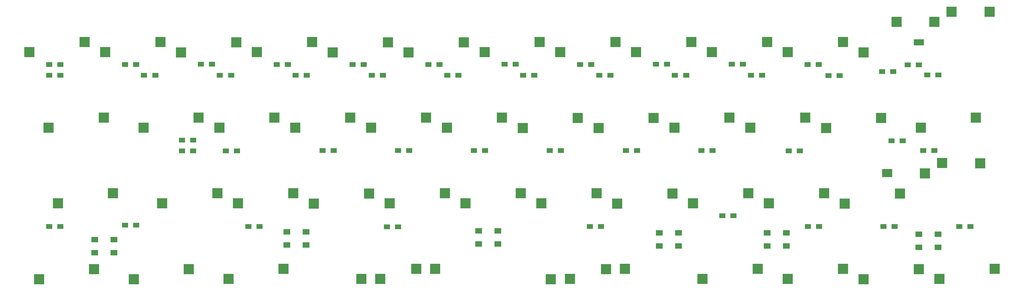
<source format=gbr>
G04 #@! TF.GenerationSoftware,KiCad,Pcbnew,(5.1.4-0-10_14)*
G04 #@! TF.CreationDate,2020-06-13T19:46:11-07:00*
G04 #@! TF.ProjectId,TG4xhotswap,54473478-686f-4747-9377-61702e6b6963,rev?*
G04 #@! TF.SameCoordinates,Original*
G04 #@! TF.FileFunction,Paste,Bot*
G04 #@! TF.FilePolarity,Positive*
%FSLAX46Y46*%
G04 Gerber Fmt 4.6, Leading zero omitted, Abs format (unit mm)*
G04 Created by KiCad (PCBNEW (5.1.4-0-10_14)) date 2020-06-13 19:46:11*
%MOMM*%
%LPD*%
G04 APERTURE LIST*
%ADD10R,2.550000X1.500000*%
%ADD11R,2.550000X2.500000*%
%ADD12R,2.500000X2.000000*%
%ADD13R,1.800000X1.400000*%
%ADD14R,1.600000X1.200000*%
G04 APERTURE END LIST*
D10*
X238268200Y-23647400D03*
D11*
X224418200Y-26187400D03*
X35855600Y-61722000D03*
X22005600Y-64262000D03*
X31105800Y-80797400D03*
X17255800Y-83337400D03*
X54905600Y-80797400D03*
X41055600Y-83337400D03*
X78705400Y-80772000D03*
X64855400Y-83312000D03*
X159667900Y-80797400D03*
X145817900Y-83337400D03*
X164455800Y-80772000D03*
X150605800Y-83312000D03*
X112068300Y-80784700D03*
X98218300Y-83324700D03*
X116805400Y-80772000D03*
X102955400Y-83312000D03*
X239810600Y-56667400D03*
X253660600Y-54127400D03*
D12*
X230272900Y-56616600D03*
D11*
X244122900Y-54076600D03*
X232647800Y-18529300D03*
X246497800Y-15989300D03*
X33544200Y-42672000D03*
X19694200Y-45212000D03*
X252619200Y-42672000D03*
X238769200Y-45212000D03*
X76419400Y-42672000D03*
X62569400Y-45212000D03*
X176343000Y-61747400D03*
X162493000Y-64287400D03*
X62068400Y-61722000D03*
X48218400Y-64262000D03*
X100168400Y-61747400D03*
X86318400Y-64287400D03*
X195393000Y-61722000D03*
X181543000Y-64262000D03*
X85868200Y-23622000D03*
X72018200Y-26162000D03*
X214468400Y-61722000D03*
X200618400Y-64262000D03*
X28718200Y-23622000D03*
X14868200Y-26162000D03*
X47768200Y-23622000D03*
X33918200Y-26162000D03*
X66818200Y-23647400D03*
X52968200Y-26187400D03*
X104918200Y-23647400D03*
X91068200Y-26187400D03*
X123968200Y-23647400D03*
X110118200Y-26187400D03*
X143043600Y-23596600D03*
X129193600Y-26136600D03*
X162068200Y-23622000D03*
X148218200Y-26162000D03*
X181118200Y-23622000D03*
X167268200Y-26162000D03*
X200168200Y-23622000D03*
X186318200Y-26162000D03*
X219218200Y-23622000D03*
X205368200Y-26162000D03*
X81093000Y-61722000D03*
X67243000Y-64262000D03*
X119193000Y-61722000D03*
X105343000Y-64262000D03*
X138243000Y-61722000D03*
X124393000Y-64262000D03*
X157293000Y-61722000D03*
X143443000Y-64262000D03*
X233518400Y-61747400D03*
X219668400Y-64287400D03*
X219218200Y-80772000D03*
X205368200Y-83312000D03*
X238268200Y-80797400D03*
X224418200Y-83337400D03*
X257318200Y-80772000D03*
X243468200Y-83312000D03*
X57344000Y-42672000D03*
X43494000Y-45212000D03*
X95444000Y-42672000D03*
X81594000Y-45212000D03*
X114519400Y-42672000D03*
X100669400Y-45212000D03*
X133544000Y-42672000D03*
X119694000Y-45212000D03*
X152619400Y-42697400D03*
X138769400Y-45237400D03*
X171644000Y-42697400D03*
X157794000Y-45237400D03*
X190719400Y-42672000D03*
X176869400Y-45212000D03*
X209744000Y-42672000D03*
X195894000Y-45212000D03*
X228819400Y-42697400D03*
X214969400Y-45237400D03*
X197780600Y-80772000D03*
X183930600Y-83312000D03*
X242185500Y-18542000D03*
X256035500Y-16002000D03*
D13*
X36050000Y-76675000D03*
X36050000Y-73375000D03*
X31250000Y-73375000D03*
X31250000Y-76675000D03*
X79525000Y-71450000D03*
X79525000Y-74750000D03*
X84325000Y-74750000D03*
X84325000Y-71450000D03*
X127725000Y-71200000D03*
X127725000Y-74500000D03*
X132525000Y-74500000D03*
X132525000Y-71200000D03*
X173075000Y-71675000D03*
X173075000Y-74975000D03*
X177875000Y-74975000D03*
X177875000Y-71675000D03*
X200200000Y-71650000D03*
X200200000Y-74950000D03*
X205000000Y-74950000D03*
X205000000Y-71650000D03*
X238275000Y-72000000D03*
X238275000Y-75300000D03*
X243075000Y-75300000D03*
X243075000Y-72000000D03*
D14*
X22647100Y-29298900D03*
X19847100Y-29298900D03*
X41684400Y-29260800D03*
X38884400Y-29260800D03*
X60734400Y-29222700D03*
X57934400Y-29222700D03*
X79784400Y-29248100D03*
X76984400Y-29248100D03*
X98809000Y-29248100D03*
X96009000Y-29248100D03*
X117884400Y-29248100D03*
X115084400Y-29248100D03*
X136985200Y-29222700D03*
X134185200Y-29222700D03*
X155997100Y-29260800D03*
X153197100Y-29260800D03*
X175059800Y-29222700D03*
X172259800Y-29222700D03*
X194097100Y-29222700D03*
X191297100Y-29222700D03*
X213147100Y-29260800D03*
X210347100Y-29260800D03*
X238242300Y-29337000D03*
X235442300Y-29337000D03*
X240395300Y-31902400D03*
X243195300Y-31902400D03*
X22659800Y-31965900D03*
X19859800Y-31965900D03*
X46459600Y-32016700D03*
X43659600Y-32016700D03*
X65509600Y-31978600D03*
X62709600Y-31978600D03*
X84546900Y-31991300D03*
X81746900Y-31991300D03*
X103647700Y-32016700D03*
X100847700Y-32016700D03*
X122646900Y-32016700D03*
X119846900Y-32016700D03*
X141696900Y-32004000D03*
X138896900Y-32004000D03*
X160772300Y-31978600D03*
X157972300Y-31978600D03*
X179809600Y-31991300D03*
X177009600Y-31991300D03*
X198885000Y-31978600D03*
X196085000Y-31978600D03*
X218341400Y-32029400D03*
X215541400Y-32029400D03*
X229000000Y-31080000D03*
X231800000Y-31080000D03*
X55971900Y-48285400D03*
X53171900Y-48285400D03*
X55984600Y-51015900D03*
X53184600Y-51015900D03*
X64211200Y-51003200D03*
X67011200Y-51003200D03*
X88465200Y-50927000D03*
X91265200Y-50927000D03*
X107489800Y-50914300D03*
X110289800Y-50914300D03*
X126527100Y-50914300D03*
X129327100Y-50914300D03*
X145577100Y-50965100D03*
X148377100Y-50965100D03*
X164652500Y-50927000D03*
X167452500Y-50927000D03*
X183651700Y-50939700D03*
X186451700Y-50939700D03*
X205571900Y-51015900D03*
X208371900Y-51015900D03*
X234216400Y-48463200D03*
X231416400Y-48463200D03*
X242128500Y-50914300D03*
X239328500Y-50914300D03*
X22647100Y-70091300D03*
X19847100Y-70091300D03*
X41709800Y-69761100D03*
X38909800Y-69761100D03*
X72634300Y-70104000D03*
X69834300Y-70104000D03*
X107445000Y-70129400D03*
X104645000Y-70129400D03*
X158397400Y-70104000D03*
X155597400Y-70104000D03*
X191696800Y-67398900D03*
X188896800Y-67398900D03*
X213172500Y-70104000D03*
X210372500Y-70104000D03*
X232174700Y-70091300D03*
X229374700Y-70091300D03*
X251247100Y-70104000D03*
X248447100Y-70104000D03*
M02*

</source>
